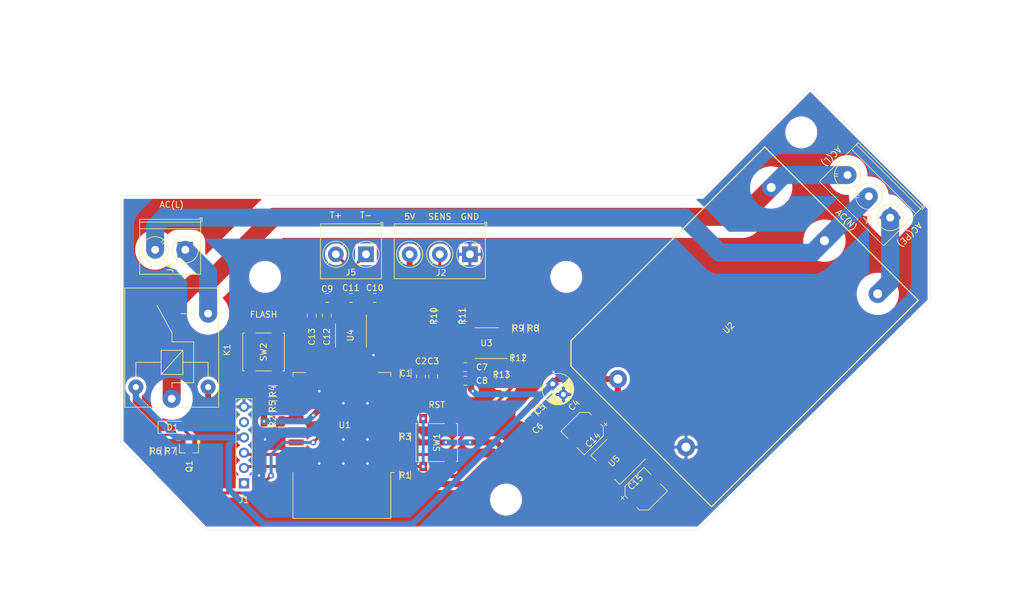
<source format=kicad_pcb>
(kicad_pcb (version 20171130) (host pcbnew "(5.1.10)-1")
  (layers (0 F.Cu mixed) (31 B.Cu mixed) (34 B.Paste user) (35 F.Paste user) (36 B.SilkS user) (37 F.SilkS user) (38 B.Mask user) (39 F.Mask user) (44 Edge.Cuts user))
  (net 0 "")
  (net 1 "Net-(U1-Pad20)")
  (net 2 "Net-(U1-Pad19)")
  (net 3 "Net-(U1-Pad12)")
  (net 4 "Net-(U1-Pad7)")
  (net 5 "Net-(U1-Pad6)")
  (net 6 "Net-(U1-Pad4)")
  (net 7 GND)
  (net 8 +3V3)
  (net 9 /ESP-12/RST)
  (net 10 /ESP-12/EN)
  (net 11 /ESP-12/TXD)
  (net 12 /ESP-12/RXD)
  (net 13 /ESP-12/SCLK)
  (net 14 /ESP-12/MOSI)
  (net 15 /ESP-12/MISO)
  (net 16 /ESP-12/CS0)
  (net 17 "Net-(J1-Pad5)")
  (net 18 +5V)
  (net 19 "Net-(J1-Pad1)")
  (net 20 /SENS_IN)
  (net 21 /AC_N_IN)
  (net 22 /AC_L_IN)
  (net 23 /AC_PE_IN)
  (net 24 /AC_L_OUT)
  (net 25 "Net-(D1-Pad2)")
  (net 26 /ESP-12/BOOT)
  (net 27 "/ESP-12/(GPIO15)")
  (net 28 "/ESP-12/(GPIO2)")
  (net 29 /Load/RELAY_SIG_IN)
  (net 30 "Net-(Q1-Pad2)")
  (net 31 /T+)
  (net 32 /T-)
  (net 33 "Net-(R8-Pad1)")
  (net 34 "Net-(R10-Pad1)")
  (net 35 "Net-(R12-Pad2)")
  (net 36 /ESP-12/ADC_IN)
  (net 37 /ESP-12/CS)
  (net 38 "Net-(U3-Pad6)")
  (module MountingHole:MountingHole_4.3mm_M4_DIN965 (layer F.Cu) (at 228.866 70.262)
    (fp_text reference H4 hide)
    (fp_text value MountingHole)
    (pad 1 np_thru_hole circle (at 0 0) (size 4.3 4.3) (drill 4.3) (layers *.Cu *.Mask))
  )
  (module MountingHole:MountingHole_4.3mm_M4_DIN965 (layer F.Cu) (at 139.866 94.262)
    (fp_text reference H3 hide)
    (fp_text value MountingHole)
    (pad 1 np_thru_hole circle (at 0 0) (size 4.3 4.3) (drill 4.3) (layers *.Cu *.Mask))
  )
  (module MountingHole:MountingHole_4.3mm_M4_DIN965 (layer F.Cu) (at 189.866 94.262)
    (fp_text reference H2 hide)
    (fp_text value MountingHole)
    (pad 1 np_thru_hole circle (at 0 0) (size 4.3 4.3) (drill 4.3) (layers *.Cu *.Mask))
  )
  (module MountingHole:MountingHole_4.3mm_M4_DIN965 (layer F.Cu) (at 179.866 131.262)
    (fp_text reference H1 hide)
    (fp_text value MountingHole)
    (pad 1 np_thru_hole circle (at 0 0) (size 4.3 4.3) (drill 4.3) (layers *.Cu *.Mask))
  )
  (module Resistor_SMD:R_1206_3216Metric (layer F.Cu) (at 124.185202 123.205751 90)
    (fp_text reference R7 (at 0 0) (layer F.SilkS))
    (fp_text value 10k)
    (pad 2 smd roundrect (at 1.4625 0 90) (size 1.125 1.75) (layers F.Cu F.Paste F.Mask) (roundrect_rratio 0.222222) (net 30 "Net-(Q1-Pad2)"))
    (pad 1 smd roundrect (at -1.4625 0 90) (size 1.125 1.75) (layers F.Cu F.Paste F.Mask) (roundrect_rratio 0.222222) (net 7 GND))
  )
  (module Resistor_SMD:R_1206_3216Metric (layer F.Cu) (at 121.685202 123.205751 270)
    (fp_text reference R6 (at 0 0) (layer F.SilkS))
    (fp_text value 10k)
    (pad 2 smd roundrect (at 1.4625 0 270) (size 1.125 1.75) (layers F.Cu F.Paste F.Mask) (roundrect_rratio 0.222222) (net 29 /Load/RELAY_SIG_IN))
    (pad 1 smd roundrect (at -1.4625 0 270) (size 1.125 1.75) (layers F.Cu F.Paste F.Mask) (roundrect_rratio 0.222222) (net 30 "Net-(Q1-Pad2)"))
  )
  (module Package_TO_SOT_SMD:SOT-23 (layer F.Cu) (at 127.235202 122.743251 270)
    (fp_text reference Q1 (at 3 -0.05 90) (layer F.SilkS))
    (fp_text value Q_NPN_Darlington_CBE)
    (pad 3 smd rect (at 1 0 270) (size 0.9 0.8) (layers F.Cu F.Paste F.Mask) (net 7 GND))
    (pad 2 smd rect (at -1 0.95 270) (size 0.9 0.8) (layers F.Cu F.Paste F.Mask) (net 30 "Net-(Q1-Pad2)"))
    (pad 1 smd rect (at -1 -0.95 270) (size 0.9 0.8) (layers F.Cu F.Paste F.Mask) (net 25 "Net-(D1-Pad2)"))
  )
  (module Relay_THT:Relay_SPST_SANYOU_SRD_Series_Form_A (layer F.Cu) (at 124.366 114.512 90)
    (fp_text reference K1 (at 8.1 9.2 90) (layer F.SilkS))
    (fp_text value SANYOU_SRD_Form_A)
    (pad 1 thru_hole circle (at 0 0 180) (size 3 3) (drill 1.3) (layers *.Cu *.Mask) (net 22 /AC_L_IN))
    (pad 5 thru_hole circle (at 1.95 -5.95 180) (size 2.5 2.5) (drill 1) (layers *.Cu *.Mask) (net 18 +5V))
    (pad 3 thru_hole circle (at 14.15 6.05 180) (size 3 3) (drill 1.3) (layers *.Cu *.Mask) (net 24 /AC_L_OUT))
    (pad 2 thru_hole circle (at 1.95 6.05 180) (size 2.5 2.5) (drill 1) (layers *.Cu *.Mask) (net 25 "Net-(D1-Pad2)"))
  )
  (module Button_Switch_SMD:SW_SPST_B3S-1000 (layer F.Cu) (at 139.616 106.737 270)
    (fp_text reference SW2 (at 0 0 90) (layer F.SilkS))
    (fp_text value BUTTON)
    (pad 2 smd rect (at 3.975 2.25 270) (size 1.55 1.3) (layers F.Cu F.Paste F.Mask) (net 26 /ESP-12/BOOT))
    (pad 2 smd rect (at -3.975 2.25 270) (size 1.55 1.3) (layers F.Cu F.Paste F.Mask) (net 26 /ESP-12/BOOT))
    (pad 1 smd rect (at 3.975 -2.25 270) (size 1.55 1.3) (layers F.Cu F.Paste F.Mask) (net 7 GND))
    (pad 1 smd rect (at -3.975 -2.25 270) (size 1.55 1.3) (layers F.Cu F.Paste F.Mask) (net 7 GND))
  )
  (module Package_TO_SOT_SMD:SOT-223-3_TabPin2 (layer F.Cu) (at 197.698749 124.983611 225)
    (fp_text reference U5 (at -0.15 0 45) (layer F.SilkS))
    (fp_text value NCP1117-12_SOT223)
    (pad 1 smd rect (at -3.15 -2.3 225) (size 2 1.5) (layers F.Cu F.Paste F.Mask) (net 7 GND))
    (pad 3 smd rect (at -3.15 2.3 225) (size 2 1.5) (layers F.Cu F.Paste F.Mask) (net 18 +5V))
    (pad 2 smd rect (at -3.15 0 225) (size 2 1.5) (layers F.Cu F.Paste F.Mask) (net 8 +3V3))
    (pad 2 smd rect (at 3.15 0 225) (size 2 3.8) (layers F.Cu F.Paste F.Mask) (net 8 +3V3))
  )
  (module Package_SO:SOIC-8_3.9x4.9mm_P1.27mm (layer F.Cu) (at 154.116 104.012 270)
    (fp_text reference U4 (at -0.03 0.08 90) (layer F.SilkS))
    (fp_text value MAX31855KASA)
    (pad 8 smd roundrect (at 2.475 -1.905 270) (size 1.95 0.6) (layers F.Cu F.Paste F.Mask))
    (pad 7 smd roundrect (at 2.475 -0.635 270) (size 1.95 0.6) (layers F.Cu F.Paste F.Mask) (net 15 /ESP-12/MISO))
    (pad 6 smd roundrect (at 2.475 0.635 270) (size 1.95 0.6) (layers F.Cu F.Paste F.Mask) (net 37 /ESP-12/CS))
    (pad 5 smd roundrect (at 2.475 1.905 270) (size 1.95 0.6) (layers F.Cu F.Paste F.Mask) (net 13 /ESP-12/SCLK))
    (pad 4 smd roundrect (at -2.475 1.905 270) (size 1.95 0.6) (layers F.Cu F.Paste F.Mask) (net 8 +3V3))
    (pad 3 smd roundrect (at -2.475 0.635 270) (size 1.95 0.6) (layers F.Cu F.Paste F.Mask) (net 31 /T+))
    (pad 2 smd roundrect (at -2.475 -0.635 270) (size 1.95 0.6) (layers F.Cu F.Paste F.Mask) (net 32 /T-))
    (pad 1 smd roundrect (at -2.475 -1.905 270) (size 1.95 0.6) (layers F.Cu F.Paste F.Mask) (net 7 GND))
  )
  (module Package_SO:SOIC-8_3.9x4.9mm_P1.27mm (layer F.Cu) (at 176.616 105.262 180)
    (fp_text reference U3 (at 0 0) (layer F.SilkS))
    (fp_text value Opamp_Dual_Generic)
    (pad 8 smd roundrect (at 2.475 -1.905 180) (size 1.95 0.6) (layers F.Cu F.Paste F.Mask) (net 18 +5V))
    (pad 7 smd roundrect (at 2.475 -0.635 180) (size 1.95 0.6) (layers F.Cu F.Paste F.Mask) (net 38 "Net-(U3-Pad6)"))
    (pad 6 smd roundrect (at 2.475 0.635 180) (size 1.95 0.6) (layers F.Cu F.Paste F.Mask) (net 38 "Net-(U3-Pad6)"))
    (pad 5 smd roundrect (at 2.475 1.905 180) (size 1.95 0.6) (layers F.Cu F.Paste F.Mask) (net 34 "Net-(R10-Pad1)"))
    (pad 4 smd roundrect (at -2.475 1.905 180) (size 1.95 0.6) (layers F.Cu F.Paste F.Mask) (net 7 GND))
    (pad 3 smd roundrect (at -2.475 0.635 180) (size 1.95 0.6) (layers F.Cu F.Paste F.Mask) (net 33 "Net-(R8-Pad1)"))
    (pad 2 smd roundrect (at -2.475 -0.635 180) (size 1.95 0.6) (layers F.Cu F.Paste F.Mask) (net 35 "Net-(R12-Pad2)"))
    (pad 1 smd roundrect (at -2.475 -1.905 180) (size 1.95 0.6) (layers F.Cu F.Paste F.Mask) (net 36 /ESP-12/ADC_IN))
  )
  (module Resistor_SMD:R_1206_3216Metric (layer F.Cu) (at 179.116 110.512 90)
    (fp_text reference R13 (at 0 0 180) (layer F.SilkS))
    (fp_text value 10k)
    (pad 2 smd roundrect (at 1.4625 0 90) (size 1.125 1.75) (layers F.Cu F.Paste F.Mask) (roundrect_rratio 0.222222) (net 36 /ESP-12/ADC_IN))
    (pad 1 smd roundrect (at -1.4625 0 90) (size 1.125 1.75) (layers F.Cu F.Paste F.Mask) (roundrect_rratio 0.222222) (net 35 "Net-(R12-Pad2)"))
  )
  (module Resistor_SMD:R_1206_3216Metric (layer F.Cu) (at 181.866 107.7245 90)
    (fp_text reference R12 (at 0 0 180) (layer F.SilkS))
    (fp_text value 50k)
    (pad 2 smd roundrect (at 1.4625 0 90) (size 1.125 1.75) (layers F.Cu F.Paste F.Mask) (roundrect_rratio 0.222222) (net 35 "Net-(R12-Pad2)"))
    (pad 1 smd roundrect (at -1.4625 0 90) (size 1.125 1.75) (layers F.Cu F.Paste F.Mask) (roundrect_rratio 0.222222) (net 7 GND))
  )
  (module Resistor_SMD:R_1206_3216Metric (layer F.Cu) (at 172.616 100.762)
    (fp_text reference R11 (at 0 0 270) (layer F.SilkS))
    (fp_text value 10k)
    (pad 2 smd roundrect (at 1.4625 0) (size 1.125 1.75) (layers F.Cu F.Paste F.Mask) (roundrect_rratio 0.222222) (net 7 GND))
    (pad 1 smd roundrect (at -1.4625 0) (size 1.125 1.75) (layers F.Cu F.Paste F.Mask) (roundrect_rratio 0.222222) (net 34 "Net-(R10-Pad1)"))
  )
  (module Resistor_SMD:R_1206_3216Metric (layer F.Cu) (at 167.866 100.762 180)
    (fp_text reference R10 (at 0 0 90) (layer F.SilkS))
    (fp_text value 10k)
    (pad 2 smd roundrect (at 1.4625 0 180) (size 1.125 1.75) (layers F.Cu F.Paste F.Mask) (roundrect_rratio 0.222222) (net 18 +5V))
    (pad 1 smd roundrect (at -1.4625 0 180) (size 1.125 1.75) (layers F.Cu F.Paste F.Mask) (roundrect_rratio 0.222222) (net 34 "Net-(R10-Pad1)"))
  )
  (module Resistor_SMD:R_1206_3216Metric (layer F.Cu) (at 181.866 102.7995 270)
    (fp_text reference R9 (at 0 0 180) (layer F.SilkS))
    (fp_text value 10k)
    (pad 2 smd roundrect (at 1.4625 0 270) (size 1.125 1.75) (layers F.Cu F.Paste F.Mask) (roundrect_rratio 0.222222) (net 33 "Net-(R8-Pad1)"))
    (pad 1 smd roundrect (at -1.4625 0 270) (size 1.125 1.75) (layers F.Cu F.Paste F.Mask) (roundrect_rratio 0.222222) (net 7 GND))
  )
  (module Resistor_SMD:R_1206_3216Metric (layer F.Cu) (at 184.366 102.7995 90)
    (fp_text reference R8 (at 0 0 180) (layer F.SilkS))
    (fp_text value 50k)
    (pad 2 smd roundrect (at 1.4625 0 90) (size 1.125 1.75) (layers F.Cu F.Paste F.Mask) (roundrect_rratio 0.222222) (net 20 /SENS_IN))
    (pad 1 smd roundrect (at -1.4625 0 90) (size 1.125 1.75) (layers F.Cu F.Paste F.Mask) (roundrect_rratio 0.222222) (net 33 "Net-(R8-Pad1)"))
  )
  (module TerminalBlock_Phoenix:TerminalBlock_Phoenix_PT-1,5-2-5.0-H_1x02_P5.00mm_Horizontal (layer F.Cu) (at 156.616 90.512 180)
    (fp_text reference J5 (at 2.5 -3) (layer F.SilkS))
    (fp_text value TEMP_CONN)
    (pad 2 thru_hole circle (at 5 0 180) (size 2.6 2.6) (drill 1.3) (layers *.Cu *.Mask) (net 31 /T+))
    (pad 1 thru_hole rect (at 0 0 180) (size 2.6 2.6) (drill 1.3) (layers *.Cu *.Mask) (net 32 /T-))
  )
  (module Diode_SMD:D_SOD-123 (layer F.Cu) (at 124.366 119.262)
    (fp_text reference D1 (at 0.15 0) (layer F.SilkS))
    (fp_text value D)
    (pad 2 smd rect (at 1.65 0) (size 0.9 1.2) (layers F.Cu F.Paste F.Mask) (net 25 "Net-(D1-Pad2)"))
    (pad 1 smd rect (at -1.65 0) (size 0.9 1.2) (layers F.Cu F.Paste F.Mask) (net 18 +5V))
  )
  (module Capacitor_SMD:CP_Elec_5x3 (layer F.Cu) (at 202.754563 129.827293 45)
    (fp_text reference C15 (at 0 -2 45) (layer F.SilkS))
    (fp_text value 10u)
    (pad 2 smd roundrect (at 2.2 0 45) (size 3 1.6) (layers F.Cu F.Paste F.Mask) (roundrect_rratio 0.15625) (net 7 GND))
    (pad 1 smd roundrect (at -2.2 0 45) (size 3 1.6) (layers F.Cu F.Paste F.Mask) (roundrect_rratio 0.15625) (net 8 +3V3))
  )
  (module Capacitor_SMD:CP_Elec_5x3 (layer F.Cu) (at 192.855068 119.927798 225)
    (fp_text reference C14 (at 0 -2 45) (layer F.SilkS))
    (fp_text value 10u)
    (pad 2 smd roundrect (at 2.2 0 225) (size 3 1.6) (layers F.Cu F.Paste F.Mask) (roundrect_rratio 0.15625) (net 7 GND))
    (pad 1 smd roundrect (at -2.2 0 225) (size 3 1.6) (layers F.Cu F.Paste F.Mask) (roundrect_rratio 0.15625) (net 18 +5V))
  )
  (module Capacitor_SMD:C_0805_2012Metric (layer F.Cu) (at 147.616 100.712 90)
    (fp_text reference C13 (at -3.5 0 90) (layer F.SilkS))
    (fp_text value 10n)
    (pad 2 smd roundrect (at 0.95 0 90) (size 1 1.45) (layers F.Cu F.Paste F.Mask) (net 7 GND))
    (pad 1 smd roundrect (at -0.95 0 90) (size 1 1.45) (layers F.Cu F.Paste F.Mask) (net 8 +3V3))
  )
  (module Capacitor_SMD:C_0805_2012Metric (layer F.Cu) (at 150.116 100.712 90)
    (fp_text reference C12 (at -3.5 0 90) (layer F.SilkS))
    (fp_text value 100n)
    (pad 2 smd roundrect (at 0.95 0 90) (size 1 1.45) (layers F.Cu F.Paste F.Mask) (net 7 GND))
    (pad 1 smd roundrect (at -0.95 0 90) (size 1 1.45) (layers F.Cu F.Paste F.Mask) (net 8 +3V3))
  )
  (module Capacitor_SMD:C_0805_2012Metric (layer F.Cu) (at 154.116 97.762)
    (fp_text reference C11 (at 0 -1.68) (layer F.SilkS))
    (fp_text value 100n)
    (pad 2 smd roundrect (at 0.95 0) (size 1 1.45) (layers F.Cu F.Paste F.Mask) (net 32 /T-))
    (pad 1 smd roundrect (at -0.95 0) (size 1 1.45) (layers F.Cu F.Paste F.Mask) (net 31 /T+))
  )
  (module Capacitor_SMD:C_0805_2012Metric (layer F.Cu) (at 158.066 97.762)
    (fp_text reference C10 (at 0 -1.68) (layer F.SilkS))
    (fp_text value 10n)
    (pad 2 smd roundrect (at 0.95 0) (size 1 1.45) (layers F.Cu F.Paste F.Mask) (net 7 GND))
    (pad 1 smd roundrect (at -0.95 0) (size 1 1.45) (layers F.Cu F.Paste F.Mask) (net 32 /T-))
  )
  (module Capacitor_SMD:C_0805_2012Metric (layer F.Cu) (at 150.166 97.762 180)
    (fp_text reference C9 (at 0 1.5) (layer F.SilkS))
    (fp_text value 10n)
    (pad 2 smd roundrect (at 0.95 0 180) (size 1 1.45) (layers F.Cu F.Paste F.Mask) (net 7 GND))
    (pad 1 smd roundrect (at -0.95 0 180) (size 1 1.45) (layers F.Cu F.Paste F.Mask) (net 31 /T+))
  )
  (module Capacitor_SMD:C_0805_2012Metric (layer F.Cu) (at 173.116 111.512 180)
    (fp_text reference C8 (at -2.75 0) (layer F.SilkS))
    (fp_text value 10n)
    (pad 2 smd roundrect (at 0.95 0 180) (size 1 1.45) (layers F.Cu F.Paste F.Mask) (net 7 GND))
    (pad 1 smd roundrect (at -0.95 0 180) (size 1 1.45) (layers F.Cu F.Paste F.Mask) (net 18 +5V))
  )
  (module Capacitor_SMD:C_0805_2012Metric (layer F.Cu) (at 173.116 109.262 180)
    (fp_text reference C7 (at -2.75 0) (layer F.SilkS))
    (fp_text value 100n)
    (pad 2 smd roundrect (at 0.95 0 180) (size 1 1.45) (layers F.Cu F.Paste F.Mask) (net 7 GND))
    (pad 1 smd roundrect (at -0.95 0 180) (size 1 1.45) (layers F.Cu F.Paste F.Mask) (net 18 +5V))
  )
  (module My_Modules:LH05-10B05 (layer F.Cu) (at 198.424612 111.231929 225)
    (fp_text reference U2 (at -19 -7 45) (layer F.SilkS))
    (fp_text value LH05-10B05)
    (pad 5 thru_hole circle (at 0 -16 225) (size 3 3) (drill 1.5) (layers *.Cu *.Mask) (net 7 GND))
    (pad 4 thru_hole circle (at 0 0 225) (size 3 3) (drill 1.5) (layers *.Cu *.Mask) (net 18 +5V))
    (pad 3 thru_hole circle (at -40.5 -20.5 225) (size 3 3) (drill 1.5) (layers *.Cu *.Mask) (net 23 /AC_PE_IN))
    (pad 2 thru_hole circle (at -40.5 -8 225) (size 3 3) (drill 1.5) (layers *.Cu *.Mask) (net 21 /AC_N_IN))
    (pad 1 thru_hole circle (at -40.5 4.5 225) (size 3 3) (drill 1.5) (layers *.Cu *.Mask) (net 22 /AC_L_IN))
  )
  (module TerminalBlock_Phoenix:TerminalBlock_Phoenix_PT-1,5-2-5.0-H_1x02_P5.00mm_Horizontal (layer F.Cu) (at 126.616 89.762 180)
    (fp_text reference J4 (at 2.5 -3 270) (layer F.SilkS))
    (fp_text value HEATER_AC_L)
    (pad 2 thru_hole circle (at 5 0 180) (size 2.6 2.6) (drill 1.3) (layers *.Cu *.Mask) (net 21 /AC_N_IN))
    (pad 1 thru_hole rect (at 0 0 180) (size 2.6 2.6) (drill 1.3) (layers *.Cu *.Mask) (net 24 /AC_L_OUT))
  )
  (module TerminalBlock_Phoenix:TerminalBlock_Phoenix_PT-1,5-3-5.0-H_1x03_P5.00mm_Horizontal (layer F.Cu) (at 243.628534 84.414198 135)
    (fp_text reference J3 (at 2.587 -2.794 225) (layer F.SilkS))
    (fp_text value AC_IN)
    (pad 3 thru_hole circle (at 10 0 135) (size 2.6 2.6) (drill 1.3) (layers *.Cu *.Mask) (net 22 /AC_L_IN))
    (pad 2 thru_hole circle (at 5 0 135) (size 2.6 2.6) (drill 1.3) (layers *.Cu *.Mask) (net 21 /AC_N_IN))
    (pad 1 thru_hole rect (at 0 0 135) (size 2.6 2.6) (drill 1.3) (layers *.Cu *.Mask) (net 23 /AC_PE_IN))
  )
  (module TerminalBlock_Phoenix:TerminalBlock_Phoenix_PT-1,5-3-5.0-H_1x03_P5.00mm_Horizontal (layer F.Cu) (at 173.866 90.512 180)
    (fp_text reference J2 (at 4.774 -3.05) (layer F.SilkS))
    (fp_text value P_SENSOR)
    (pad 3 thru_hole circle (at 10 0 180) (size 2.6 2.6) (drill 1.3) (layers *.Cu *.Mask) (net 18 +5V))
    (pad 2 thru_hole circle (at 5 0 180) (size 2.6 2.6) (drill 1.3) (layers *.Cu *.Mask) (net 20 /SENS_IN))
    (pad 1 thru_hole rect (at 0 0 180) (size 2.6 2.6) (drill 1.3) (layers *.Cu *.Mask) (net 7 GND))
  )
  (module Capacitor_SMD:C_0805_2012Metric (layer F.Cu) (at 183.334431 117.649802 315)
    (fp_text reference C6 (at 2.55 0 225) (layer F.SilkS))
    (fp_text value 100n)
    (pad 2 smd roundrect (at 0.95 0 315) (size 1 1.45) (layers F.Cu F.Paste F.Mask) (net 7 GND))
    (pad 1 smd roundrect (at -0.95 0 315) (size 1 1.45) (layers F.Cu F.Paste F.Mask) (net 18 +5V))
  )
  (module Capacitor_SMD:C_1206_3216Metric (layer F.Cu) (at 185.473429 116.253266 315)
    (fp_text reference C5 (at 0 0 225) (layer F.SilkS))
    (fp_text value 1u)
    (pad 2 smd roundrect (at 1.475 0 315) (size 1.15 1.8) (layers F.Cu F.Paste F.Mask) (roundrect_rratio 0.217391) (net 7 GND))
    (pad 1 smd roundrect (at -1.475 0 315) (size 1.15 1.8) (layers F.Cu F.Paste F.Mask) (roundrect_rratio 0.217391) (net 18 +5V))
  )
  (module Capacitor_THT:CP_Radial_D5.0mm_P2.50mm (layer F.Cu) (at 187.612427 112.028303 315)
    (fp_text reference C4 (at 5 0 225) (layer F.SilkS))
    (fp_text value 10u)
    (pad 2 thru_hole circle (at 2.5 0 315) (size 1.6 1.6) (drill 0.8) (layers *.Cu *.Mask) (net 7 GND))
    (pad 1 thru_hole rect (at 0 0 315) (size 1.6 1.6) (drill 0.8) (layers *.Cu *.Mask) (net 18 +5V))
  )
  (module Connector_PinSocket_2.54mm:PinSocket_1x06_P2.54mm_Vertical (layer F.Cu) (at 136.366 128.552 180)
    (fp_text reference J1 (at 0 -2.77) (layer F.SilkS))
    (fp_text value SERIAL)
    (pad 6 thru_hole oval (at 0 12.7 180) (size 1.7 1.7) (drill 1) (layers *.Cu *.Mask) (net 7 GND))
    (pad 5 thru_hole oval (at 0 10.16 180) (size 1.7 1.7) (drill 1) (layers *.Cu *.Mask) (net 17 "Net-(J1-Pad5)"))
    (pad 4 thru_hole oval (at 0 7.62 180) (size 1.7 1.7) (drill 1) (layers *.Cu *.Mask) (net 18 +5V))
    (pad 3 thru_hole oval (at 0 5.08 180) (size 1.7 1.7) (drill 1) (layers *.Cu *.Mask) (net 12 /ESP-12/RXD))
    (pad 2 thru_hole oval (at 0 2.54 180) (size 1.7 1.7) (drill 1) (layers *.Cu *.Mask) (net 11 /ESP-12/TXD))
    (pad 1 thru_hole rect (at 0 0 180) (size 1.7 1.7) (drill 1) (layers *.Cu *.Mask) (net 19 "Net-(J1-Pad1)"))
  )
  (module Button_Switch_SMD:SW_SPST_B3S-1000 (layer F.Cu) (at 168.366 121.787 270)
    (fp_text reference SW1 (at 0 0 90) (layer F.SilkS))
    (fp_text value BUTTON)
    (pad 2 smd rect (at 3.975 2.25 270) (size 1.55 1.3) (layers F.Cu F.Paste F.Mask) (net 9 /ESP-12/RST))
    (pad 2 smd rect (at -3.975 2.25 270) (size 1.55 1.3) (layers F.Cu F.Paste F.Mask) (net 9 /ESP-12/RST))
    (pad 1 smd rect (at 3.975 -2.25 270) (size 1.55 1.3) (layers F.Cu F.Paste F.Mask) (net 7 GND))
    (pad 1 smd rect (at -3.975 -2.25 270) (size 1.55 1.3) (layers F.Cu F.Paste F.Mask) (net 7 GND))
  )
  (module Capacitor_SMD:C_1206_3216Metric (layer F.Cu) (at 163.202 110.281 90)
    (fp_text reference C1 (at 0 0 180) (layer F.SilkS))
    (fp_text value 1u)
    (pad 2 smd roundrect (at 1.475 0 90) (size 1.15 1.8) (layers F.Cu F.Paste F.Mask) (roundrect_rratio 0.217391) (net 7 GND))
    (pad 1 smd roundrect (at -1.475 0 90) (size 1.15 1.8) (layers F.Cu F.Paste F.Mask) (roundrect_rratio 0.217391) (net 8 +3V3))
  )
  (module RF_Module:ESP-12E (layer F.Cu) (at 152.616 122.262 180)
    (fp_text reference U1 (at -0.475 3.385) (layer F.SilkS))
    (fp_text value ESP-12F)
    (pad 22 smd rect (at 7.6 -3.5 180) (size 2.5 1) (layers F.Cu F.Paste F.Mask) (net 11 /ESP-12/TXD))
    (pad 21 smd rect (at 7.6 -1.5 180) (size 2.5 1) (layers F.Cu F.Paste F.Mask) (net 12 /ESP-12/RXD))
    (pad 20 smd rect (at 7.6 0.5 180) (size 2.5 1) (layers F.Cu F.Paste F.Mask) (net 1 "Net-(U1-Pad20)"))
    (pad 19 smd rect (at 7.6 2.5 180) (size 2.5 1) (layers F.Cu F.Paste F.Mask) (net 2 "Net-(U1-Pad19)"))
    (pad 18 smd rect (at 7.6 4.5 180) (size 2.5 1) (layers F.Cu F.Paste F.Mask) (net 26 /ESP-12/BOOT))
    (pad 17 smd rect (at 7.6 6.5 180) (size 2.5 1) (layers F.Cu F.Paste F.Mask) (net 28 "/ESP-12/(GPIO2)"))
    (pad 16 smd rect (at 7.6 8.5 180) (size 2.5 1) (layers F.Cu F.Paste F.Mask) (net 27 "/ESP-12/(GPIO15)"))
    (pad 15 smd rect (at 7.6 10.5 180) (size 2.5 1) (layers F.Cu F.Paste F.Mask) (net 7 GND))
    (pad 14 smd rect (at 5 12 180) (size 1 1.8) (layers F.Cu F.Paste F.Mask) (net 13 /ESP-12/SCLK))
    (pad 13 smd rect (at 3 12 180) (size 1 1.8) (layers F.Cu F.Paste F.Mask) (net 14 /ESP-12/MOSI))
    (pad 12 smd rect (at 1 12 180) (size 1 1.8) (layers F.Cu F.Paste F.Mask) (net 3 "Net-(U1-Pad12)"))
    (pad 11 smd rect (at -1 12 180) (size 1 1.8) (layers F.Cu F.Paste F.Mask) (net 37 /ESP-12/CS))
    (pad 10 smd rect (at -3 12 180) (size 1 1.8) (layers F.Cu F.Paste F.Mask) (net 15 /ESP-12/MISO))
    (pad 9 smd rect (at -5 12 180) (size 1 1.8) (layers F.Cu F.Paste F.Mask) (net 16 /ESP-12/CS0))
    (pad 8 smd rect (at -7.6 10.5 180) (size 2.5 1) (layers F.Cu F.Paste F.Mask) (net 8 +3V3))
    (pad 7 smd rect (at -7.6 8.5 180) (size 2.5 1) (layers F.Cu F.Paste F.Mask) (net 4 "Net-(U1-Pad7)"))
    (pad 6 smd rect (at -7.6 6.5 180) (size 2.5 1) (layers F.Cu F.Paste F.Mask) (net 5 "Net-(U1-Pad6)"))
    (pad 5 smd rect (at -7.6 4.5 180) (size 2.5 1) (layers F.Cu F.Paste F.Mask) (net 29 /Load/RELAY_SIG_IN))
    (pad 4 smd rect (at -7.6 2.5 180) (size 2.5 1) (layers F.Cu F.Paste F.Mask) (net 6 "Net-(U1-Pad4)"))
    (pad 3 smd rect (at -7.6 0.5 180) (size 2.5 1) (layers F.Cu F.Paste F.Mask) (net 10 /ESP-12/EN))
    (pad 2 smd rect (at -7.6 -1.5 180) (size 2.5 1) (layers F.Cu F.Paste F.Mask) (net 36 /ESP-12/ADC_IN))
    (pad 1 smd rect (at -7.6 -3.5 180) (size 2.5 1) (layers F.Cu F.Paste F.Mask) (net 9 /ESP-12/RST))
  )
  (module Resistor_SMD:R_1206_3216Metric (layer F.Cu) (at 141.1535 115.762)
    (fp_text reference R5 (at -0.0615 0 270) (layer F.SilkS))
    (fp_text value 10k)
    (pad 2 smd roundrect (at 1.4625 0) (size 1.125 1.75) (layers F.Cu F.Paste F.Mask) (roundrect_rratio 0.222222) (net 28 "/ESP-12/(GPIO2)"))
    (pad 1 smd roundrect (at -1.4625 0) (size 1.125 1.75) (layers F.Cu F.Paste F.Mask) (roundrect_rratio 0.222222) (net 8 +3V3))
  )
  (module Resistor_SMD:R_1206_3216Metric (layer F.Cu) (at 141.1535 113.262 180)
    (fp_text reference R4 (at 0 0 270) (layer F.SilkS))
    (fp_text value 10k)
    (pad 2 smd roundrect (at 1.4625 0 180) (size 1.125 1.75) (layers F.Cu F.Paste F.Mask) (roundrect_rratio 0.222222) (net 7 GND))
    (pad 1 smd roundrect (at -1.4625 0 180) (size 1.125 1.75) (layers F.Cu F.Paste F.Mask) (roundrect_rratio 0.222222) (net 27 "/ESP-12/(GPIO15)"))
  )
  (module Resistor_SMD:R_1206_3216Metric (layer F.Cu) (at 163.116 120.7995 270)
    (fp_text reference R3 (at 0 0 180) (layer F.SilkS))
    (fp_text value 10k)
    (pad 1 smd roundrect (at -1.4625 0 270) (size 1.125 1.75) (layers F.Cu F.Paste F.Mask) (roundrect_rratio 0.222222) (net 8 +3V3))
    (pad 2 smd roundrect (at 1.4625 0 270) (size 1.125 1.75) (layers F.Cu F.Paste F.Mask) (roundrect_rratio 0.222222) (net 10 /ESP-12/EN))
  )
  (module Resistor_SMD:R_1206_3216Metric (layer F.Cu) (at 141.1535 118.262)
    (fp_text reference R2 (at 0 0 90) (layer F.SilkS))
    (fp_text value 10k)
    (pad 2 smd roundrect (at 1.4625 0) (size 1.125 1.75) (layers F.Cu F.Paste F.Mask) (roundrect_rratio 0.222222) (net 26 /ESP-12/BOOT))
    (pad 1 smd roundrect (at -1.4625 0) (size 1.125 1.75) (layers F.Cu F.Paste F.Mask) (roundrect_rratio 0.222222) (net 8 +3V3))
  )
  (module Resistor_SMD:R_1206_3216Metric (layer F.Cu) (at 163.116 127.2245 90)
    (fp_text reference R1 (at 0 0) (layer F.SilkS))
    (fp_text value 10k)
    (pad 2 smd roundrect (at 1.4625 0 90) (size 1.125 1.75) (layers F.Cu F.Paste F.Mask) (roundrect_rratio 0.222222) (net 9 /ESP-12/RST))
    (pad 1 smd roundrect (at -1.4625 0 90) (size 1.125 1.75) (layers F.Cu F.Paste F.Mask) (roundrect_rratio 0.222222) (net 8 +3V3))
  )
  (module Capacitor_SMD:C_0805_2012Metric (layer F.Cu) (at 167.774 110.806 90)
    (fp_text reference C3 (at 2.54 0 180) (layer F.SilkS))
    (fp_text value 10u)
    (pad 2 smd roundrect (at 0.95 0 90) (size 1 1.45) (layers F.Cu F.Paste F.Mask) (net 7 GND))
    (pad 1 smd roundrect (at -0.95 0 90) (size 1 1.45) (layers F.Cu F.Paste F.Mask) (net 8 +3V3))
  )
  (module Capacitor_SMD:C_0805_2012Metric (layer F.Cu) (at 165.742 110.806 90)
    (fp_text reference C2 (at 2.54 0 180) (layer F.SilkS))
    (fp_text value 100n)
    (pad 2 smd roundrect (at 0.95 0 90) (size 1 1.45) (layers F.Cu F.Paste F.Mask) (net 7 GND))
    (pad 1 smd roundrect (at -0.95 0 90) (size 1 1.45) (layers F.Cu F.Paste F.Mask) (net 8 +3V3))
  )
  (gr_line (start 212.366 80.762) (end 230.366 62.762) (layer Edge.Cuts) (width 0.05))
  (gr_line (start 115.866 80.762) (end 212.366 80.762) (layer Edge.Cuts) (width 0.05))
  (gr_line (start 115.866 121.762) (end 115.866 80.762) (layer Edge.Cuts) (width 0.05))
  (gr_line (start 129.866 136.262) (end 115.866 121.762) (layer Edge.Cuts) (width 0.05))
  (gr_line (start 211.866 136.262) (end 129.866 136.262) (layer Edge.Cuts) (width 0.05))
  (gr_line (start 250.366 98.262) (end 211.866 136.262) (layer Edge.Cuts) (width 0.05))
  (gr_line (start 250.366 82.762) (end 250.366 98.262) (layer Edge.Cuts) (width 0.05))
  (gr_line (start 230.366 62.762) (end 250.366 82.762) (layer Edge.Cuts) (width 0.05))
  (gr_text "AC(N)" (at 236.366 84.762 315) (layer F.SilkS) (effects (font (size 1 1))))
  (gr_text "AC(L)" (at 233.866 74.262 225) (layer F.SilkS) (effects (font (size 1 1))))
  (gr_text "AC(PE)" (at 246.866 87.262 225) (layer F.SilkS) (effects (font (size 1 1))))
  (gr_text "AC(L)" (at 124.366 82.262) (layer F.SilkS) (effects (font (size 1 1))))
  (gr_text GND (at 173.866 84.262) (layer F.SilkS) (effects (font (size 1 1))))
  (gr_text SENS (at 168.866 84.262) (layer F.SilkS) (effects (font (size 1 1))))
  (gr_text 5V (at 163.866 84.262) (layer F.SilkS) (effects (font (size 1 1))))
  (gr_text T+ (at 151.616 84.012) (layer F.SilkS) (effects (font (size 1 1))))
  (gr_text T- (at 156.616 84.012) (layer F.SilkS) (effects (font (size 1 1))))
  (gr_text FLASH (at 139.616 100.512) (layer F.SilkS) (effects (font (size 1 1))))
  (gr_text RST (at 168.366 115.512) (layer F.SilkS) (effects (font (size 1 1))))
  (via (at 139.866 121.262) (size 0.8) (drill 0.4) (layers F.Cu B.Cu) (net 7))
  (via (at 138.866 127.262) (size 0.8) (drill 0.4) (layers F.Cu B.Cu) (net 7))
  (via (at 148.866 113.262) (size 0.8) (drill 0.4) (layers F.Cu B.Cu) (net 7))
  (via (at 152.866 115.262) (size 0.8) (drill 0.4) (layers F.Cu B.Cu) (net 7))
  (via (at 156.866 115.262) (size 0.8) (drill 0.4) (layers F.Cu B.Cu) (net 7))
  (via (at 156.866 121.262) (size 0.8) (drill 0.4) (layers F.Cu B.Cu) (net 7))
  (via (at 156.866 125.262) (size 0.8) (drill 0.4) (layers F.Cu B.Cu) (net 7))
  (via (at 152.866 125.262) (size 0.8) (drill 0.4) (layers F.Cu B.Cu) (net 7))
  (via (at 152.866 121.262) (size 0.8) (drill 0.4) (layers F.Cu B.Cu) (net 7))
  (via (at 148.866 125.262) (size 0.8) (drill 0.4) (layers F.Cu B.Cu) (net 7))
  (via (at 157.866 107.262) (size 0.8) (drill 0.4) (layers F.Cu B.Cu) (net 7))
  (segment (start 199.643294 131.382928) (end 195.471363 127.210997) (width 1) (layer F.Cu) (net 8))
  (segment (start 201.198928 131.382928) (end 199.643294 131.382928) (width 1) (layer F.Cu) (net 8))
  (segment (start 199.926135 122.756225) (end 195.471363 127.210997) (width 1) (layer F.Cu) (net 8))
  (segment (start 139.691 118.262) (end 139.691 118.262) (width 1) (layer F.Cu) (net 8))
  (segment (start 167.768 111.762) (end 167.774 111.756) (width 1) (layer F.Cu) (net 8))
  (segment (start 160.216 111.762) (end 167.768 111.762) (width 1) (layer F.Cu) (net 8))
  (segment (start 163.116 111.842) (end 163.202 111.756) (width 1) (layer F.Cu) (net 8))
  (segment (start 163.116 119.337) (end 163.116 111.842) (width 1) (layer F.Cu) (net 8))
  (segment (start 152.05599 101.662) (end 152.18099 101.537) (width 1) (layer F.Cu) (net 8))
  (segment (start 147.616 101.662) (end 152.05599 101.662) (width 1) (layer F.Cu) (net 8))
  (segment (start 139.691 118.262) (end 139.691 115.762) (width 1) (layer F.Cu) (net 8))
  (via (at 139.691 118.262) (size 0.8) (drill 0.4) (layers F.Cu B.Cu) (net 8))
  (via (at 147.866 117.262) (size 0.8) (drill 0.4) (layers F.Cu B.Cu) (net 8))
  (segment (start 146.866 118.262) (end 147.866 117.262) (width 1) (layer B.Cu) (net 8))
  (segment (start 139.691 118.262) (end 146.866 118.262) (width 1) (layer B.Cu) (net 8))
  (segment (start 159.815999 112.162001) (end 160.216 111.762) (width 1) (layer F.Cu) (net 8))
  (segment (start 152.965999 112.162001) (end 159.815999 112.162001) (width 1) (layer F.Cu) (net 8))
  (segment (start 147.866 117.262) (end 152.965999 112.162001) (width 1) (layer F.Cu) (net 8))
  (segment (start 160.216 111.762) (end 160.216 106.112) (width 1) (layer F.Cu) (net 8))
  (segment (start 160.216 106.112) (end 158.116 104.012) (width 1) (layer F.Cu) (net 8))
  (segment (start 152.18099 102.838352) (end 152.18099 101.537) (width 1) (layer F.Cu) (net 8))
  (segment (start 153.354638 104.012) (end 152.18099 102.838352) (width 1) (layer F.Cu) (net 8))
  (segment (start 158.116 104.012) (end 153.354638 104.012) (width 1) (layer F.Cu) (net 8))
  (segment (start 195.471363 127.210997) (end 183.814997 127.210997) (width 1) (layer F.Cu) (net 8))
  (segment (start 183.814997 127.210997) (end 181.866 125.262) (width 1) (layer F.Cu) (net 8))
  (segment (start 181.866 125.262) (end 176.366 125.262) (width 1) (layer F.Cu) (net 8))
  (segment (start 172.941 128.687) (end 163.116 128.687) (width 1) (layer F.Cu) (net 8))
  (segment (start 176.366 125.262) (end 172.941 128.687) (width 1) (layer F.Cu) (net 8))
  (segment (start 181.866 125.262) (end 179.366 122.762) (width 1) (layer F.Cu) (net 8))
  (via (at 173.866 121.762) (size 0.8) (drill 0.4) (layers F.Cu B.Cu) (net 8))
  (segment (start 178.366 121.762) (end 173.866 121.762) (width 1) (layer F.Cu) (net 8))
  (segment (start 179.366 122.762) (end 178.366 121.762) (width 1) (layer F.Cu) (net 8))
  (via (at 169.866 121.762) (size 0.8) (drill 0.4) (layers F.Cu B.Cu) (net 8))
  (segment (start 173.866 121.762) (end 169.866 121.762) (width 1) (layer B.Cu) (net 8))
  (segment (start 165.541 121.762) (end 163.116 119.337) (width 1) (layer F.Cu) (net 8))
  (segment (start 169.866 121.762) (end 165.541 121.762) (width 1) (layer F.Cu) (net 8))
  (segment (start 160.216 125.762) (end 166.116 125.762) (width 0.5) (layer F.Cu) (net 9))
  (segment (start 166.116 125.762) (end 166.116 125.762) (width 0.5) (layer F.Cu) (net 9))
  (via (at 166.116 125.762) (size 1) (drill 0.5) (layers F.Cu B.Cu) (net 9))
  (via (at 166.116 117.812) (size 1) (drill 0.5) (layers F.Cu B.Cu) (net 9))
  (segment (start 166.116 125.762) (end 166.116 117.812) (width 0.5) (layer B.Cu) (net 9))
  (segment (start 162.616 121.762) (end 163.116 122.262) (width 0.5) (layer F.Cu) (net 10))
  (segment (start 160.216 121.762) (end 162.616 121.762) (width 0.5) (layer F.Cu) (net 10))
  (segment (start 136.616 125.762) (end 136.366 126.012) (width 0.5) (layer F.Cu) (net 11))
  (segment (start 145.016 125.762) (end 136.616 125.762) (width 0.5) (layer F.Cu) (net 11))
  (segment (start 136.656 123.762) (end 136.366 123.472) (width 0.5) (layer F.Cu) (net 12))
  (segment (start 145.016 123.762) (end 136.656 123.762) (width 0.5) (layer F.Cu) (net 12))
  (segment (start 147.616 110.262) (end 147.616 109.012) (width 0.5) (layer F.Cu) (net 13))
  (segment (start 147.616 109.012) (end 148.366 108.262) (width 0.5) (layer F.Cu) (net 13))
  (segment (start 148.366 108.262) (end 151.366 108.262) (width 0.5) (layer F.Cu) (net 13))
  (segment (start 152.211 107.417) (end 152.211 106.487) (width 0.5) (layer F.Cu) (net 13))
  (segment (start 151.366 108.262) (end 152.211 107.417) (width 0.5) (layer F.Cu) (net 13))
  (segment (start 155.616 108.862) (end 155.616 110.262) (width 0.5) (layer F.Cu) (net 15))
  (segment (start 154.751 107.997) (end 155.616 108.862) (width 0.5) (layer F.Cu) (net 15))
  (segment (start 154.751 106.487) (end 154.751 107.997) (width 0.5) (layer F.Cu) (net 15))
  (segment (start 118.416 114.962) (end 122.716 119.262) (width 1) (layer F.Cu) (net 18))
  (segment (start 118.416 112.562) (end 118.416 114.962) (width 1) (layer F.Cu) (net 18))
  (segment (start 188.408801 111.231929) (end 187.612427 112.028303) (width 1) (layer F.Cu) (net 18))
  (segment (start 198.424612 111.231929) (end 188.408801 111.231929) (width 1) (layer F.Cu) (net 18))
  (segment (start 198.424612 114.358254) (end 194.410703 118.372163) (width 1) (layer F.Cu) (net 18))
  (segment (start 198.424612 111.231929) (end 198.424612 114.358254) (width 1) (layer F.Cu) (net 18))
  (segment (start 195.542074 118.372163) (end 198.29979 121.129879) (width 1) (layer F.Cu) (net 18))
  (segment (start 194.410703 118.372163) (end 195.542074 118.372163) (width 1) (layer F.Cu) (net 18))
  (segment (start 187.612427 112.028304) (end 182.66268 116.978051) (width 1) (layer F.Cu) (net 18))
  (segment (start 187.612427 112.028303) (end 187.612427 112.028304) (width 1) (layer F.Cu) (net 18))
  (segment (start 174.066 107.27201) (end 174.141 107.19701) (width 1) (layer F.Cu) (net 18))
  (segment (start 174.066 111.512) (end 174.066 107.27201) (width 1) (layer F.Cu) (net 18))
  (segment (start 174.066 112.962) (end 174.366 113.262) (width 1) (layer F.Cu) (net 18))
  (via (at 174.366 113.262) (size 0.8) (drill 0.4) (layers F.Cu B.Cu) (net 18))
  (segment (start 174.066 111.512) (end 174.066 112.962) (width 1) (layer F.Cu) (net 18))
  (segment (start 174.366 113.262) (end 174.866 113.762) (width 1) (layer B.Cu) (net 18))
  (segment (start 185.87873 113.762) (end 187.612427 112.028303) (width 1) (layer B.Cu) (net 18))
  (segment (start 174.866 113.762) (end 185.87873 113.762) (width 1) (layer B.Cu) (net 18))
  (segment (start 125.018234 120.932) (end 136.366 120.932) (width 1) (layer B.Cu) (net 18))
  (segment (start 118.416 114.329766) (end 125.018234 120.932) (width 1) (layer B.Cu) (net 18))
  (segment (start 118.416 112.562) (end 118.416 114.329766) (width 1) (layer B.Cu) (net 18))
  (segment (start 163.866 98.2245) (end 166.4035 100.762) (width 1) (layer F.Cu) (net 18))
  (segment (start 163.866 90.512) (end 163.866 98.2245) (width 1) (layer F.Cu) (net 18))
  (segment (start 172.83851 107.19701) (end 174.141 107.19701) (width 1) (layer F.Cu) (net 18))
  (segment (start 166.4035 100.762) (end 172.83851 107.19701) (width 1) (layer F.Cu) (net 18))
  (segment (start 135.163919 120.932) (end 133.866 122.229919) (width 1) (layer B.Cu) (net 18))
  (segment (start 136.366 120.932) (end 135.163919 120.932) (width 1) (layer B.Cu) (net 18))
  (segment (start 133.866 129.552002) (end 139.575998 135.262) (width 1) (layer B.Cu) (net 18))
  (segment (start 133.866 122.229919) (end 133.866 129.552002) (width 1) (layer B.Cu) (net 18))
  (segment (start 164.37873 135.262) (end 187.612427 112.028303) (width 1) (layer B.Cu) (net 18))
  (segment (start 139.575998 135.262) (end 164.37873 135.262) (width 1) (layer B.Cu) (net 18))
  (segment (start 168.866 90.512) (end 168.866 94.262) (width 0.5) (layer F.Cu) (net 20))
  (segment (start 168.866 94.262) (end 172.366 97.762) (width 0.5) (layer F.Cu) (net 20))
  (segment (start 180.791 97.762) (end 184.366 101.337) (width 0.5) (layer F.Cu) (net 20))
  (segment (start 172.366 97.762) (end 180.791 97.762) (width 0.5) (layer F.Cu) (net 20))
  (segment (start 232.720705 88.250959) (end 240.093 80.878664) (width 3) (layer B.Cu) (net 21))
  (segment (start 232.719291 88.250959) (end 232.720705 88.250959) (width 3) (layer B.Cu) (net 21))
  (segment (start 121.616 85.861998) (end 123.190988 84.28701) (width 3) (layer B.Cu) (net 21))
  (segment (start 121.616 89.762) (end 121.616 85.861998) (width 3) (layer B.Cu) (net 21))
  (segment (start 123.316103 84.412125) (end 209.516125 84.412125) (width 3) (layer B.Cu) (net 21))
  (segment (start 123.190988 84.28701) (end 123.316103 84.412125) (width 3) (layer B.Cu) (net 21))
  (segment (start 209.516125 84.412125) (end 215.366 90.262) (width 3) (layer B.Cu) (net 21))
  (segment (start 230.70825 90.262) (end 232.719291 88.250959) (width 3) (layer B.Cu) (net 21))
  (segment (start 215.366 90.262) (end 230.70825 90.262) (width 3) (layer B.Cu) (net 21))
  (segment (start 225.94945 77.34313) (end 223.880456 79.412124) (width 3) (layer B.Cu) (net 22))
  (segment (start 236.557466 77.34313) (end 225.94945 77.34313) (width 3) (layer B.Cu) (net 22))
  (segment (start 141.34099 84.28701) (end 219.00557 84.28701) (width 3) (layer F.Cu) (net 22))
  (segment (start 124.366 114.512) (end 124.366 99.011998) (width 3) (layer F.Cu) (net 22))
  (segment (start 219.00557 84.28701) (end 223.880456 79.412124) (width 3) (layer F.Cu) (net 22))
  (segment (start 124.366 99.011998) (end 128.015999 95.361999) (width 3) (layer F.Cu) (net 22))
  (segment (start 128.015999 95.361999) (end 130.266001 95.361999) (width 3) (layer F.Cu) (net 22))
  (segment (start 130.266001 95.361999) (end 141.34099 84.28701) (width 3) (layer F.Cu) (net 22))
  (segment (start 243.628534 95.019385) (end 241.558126 97.089793) (width 3) (layer B.Cu) (net 23))
  (segment (start 243.628534 84.414198) (end 243.628534 95.019385) (width 3) (layer B.Cu) (net 23))
  (segment (start 130.416 93.562) (end 126.616 89.762) (width 3) (layer B.Cu) (net 24))
  (segment (start 130.416 100.362) (end 130.416 93.562) (width 3) (layer B.Cu) (net 24))
  (segment (start 130.416 114.862) (end 130.416 112.562) (width 1) (layer F.Cu) (net 25))
  (segment (start 126.016 119.262) (end 130.416 114.862) (width 1) (layer F.Cu) (net 25))
  (segment (start 128.185202 121.431202) (end 126.016 119.262) (width 0.5) (layer F.Cu) (net 25))
  (segment (start 128.185202 121.743251) (end 128.185202 121.431202) (width 0.5) (layer F.Cu) (net 25))
  (segment (start 143.116 117.762) (end 142.616 118.262) (width 0.5) (layer F.Cu) (net 26))
  (segment (start 145.016 117.762) (end 143.116 117.762) (width 0.5) (layer F.Cu) (net 26))
  (segment (start 138.96428 119.88701) (end 138.366 119.28873) (width 0.5) (layer F.Cu) (net 26))
  (segment (start 140.99099 119.88701) (end 138.96428 119.88701) (width 0.5) (layer F.Cu) (net 26))
  (segment (start 142.616 118.262) (end 140.99099 119.88701) (width 0.5) (layer F.Cu) (net 26))
  (segment (start 138.366 111.712) (end 137.366 110.712) (width 0.5) (layer F.Cu) (net 26))
  (segment (start 138.366 119.28873) (end 138.366 111.712) (width 0.5) (layer F.Cu) (net 26))
  (segment (start 137.366 110.712) (end 137.366 102.762) (width 0.5) (layer F.Cu) (net 26))
  (segment (start 143.116 113.762) (end 142.616 113.262) (width 0.5) (layer F.Cu) (net 27))
  (segment (start 145.016 113.762) (end 143.116 113.762) (width 0.5) (layer F.Cu) (net 27))
  (segment (start 145.016 115.762) (end 142.616 115.762) (width 0.5) (layer F.Cu) (net 28))
  (via (at 147.866 121.762) (size 1) (drill 0.5) (layers F.Cu B.Cu) (net 29))
  (segment (start 151.866 117.762) (end 147.866 121.762) (width 0.5) (layer F.Cu) (net 29))
  (segment (start 160.216 117.762) (end 151.866 117.762) (width 0.5) (layer F.Cu) (net 29))
  (segment (start 147.866 121.762) (end 142.866 121.762) (width 0.5) (layer B.Cu) (net 29))
  (via (at 140.866 127.262) (size 1) (drill 0.5) (layers F.Cu B.Cu) (net 29))
  (segment (start 140.866 123.762) (end 140.866 127.262) (width 0.5) (layer B.Cu) (net 29))
  (segment (start 142.866 121.762) (end 140.866 123.762) (width 0.5) (layer B.Cu) (net 29))
  (segment (start 127.168952 130.152001) (end 121.685202 124.668251) (width 0.5) (layer F.Cu) (net 29))
  (segment (start 137.975999 130.152001) (end 127.168952 130.152001) (width 0.5) (layer F.Cu) (net 29))
  (segment (start 140.866 127.262) (end 137.975999 130.152001) (width 0.5) (layer F.Cu) (net 29))
  (segment (start 121.685202 121.743251) (end 126.285202 121.743251) (width 0.5) (layer F.Cu) (net 30))
  (segment (start 153.481 98.077) (end 153.166 97.762) (width 0.5) (layer F.Cu) (net 31))
  (segment (start 153.481 101.537) (end 153.481 98.077) (width 0.5) (layer F.Cu) (net 31))
  (segment (start 153.166 92.062) (end 151.616 90.512) (width 0.5) (layer F.Cu) (net 31))
  (segment (start 153.166 97.762) (end 153.166 92.062) (width 0.5) (layer F.Cu) (net 31))
  (segment (start 151.116 97.762) (end 153.166 97.762) (width 0.5) (layer F.Cu) (net 31))
  (segment (start 154.751 98.077) (end 155.066 97.762) (width 0.5) (layer F.Cu) (net 32))
  (segment (start 154.751 101.537) (end 154.751 98.077) (width 0.5) (layer F.Cu) (net 32))
  (segment (start 155.066 92.062) (end 156.616 90.512) (width 0.5) (layer F.Cu) (net 32))
  (segment (start 155.066 97.762) (end 155.066 92.062) (width 0.5) (layer F.Cu) (net 32))
  (segment (start 157.116 97.762) (end 155.066 97.762) (width 0.5) (layer F.Cu) (net 32))
  (segment (start 181.501 104.627) (end 181.866 104.262) (width 0.5) (layer F.Cu) (net 33))
  (segment (start 179.091 104.627) (end 181.501 104.627) (width 0.5) (layer F.Cu) (net 33))
  (segment (start 181.866 104.262) (end 184.366 104.262) (width 0.5) (layer F.Cu) (net 33))
  (segment (start 169.3285 100.762) (end 171.1535 100.762) (width 0.5) (layer F.Cu) (net 34))
  (segment (start 171.1535 100.762) (end 171.1535 102.0495) (width 0.5) (layer F.Cu) (net 34))
  (segment (start 172.461 103.357) (end 174.141 103.357) (width 0.5) (layer F.Cu) (net 34))
  (segment (start 171.1535 102.0495) (end 172.461 103.357) (width 0.5) (layer F.Cu) (net 34))
  (segment (start 178.113192 105.897) (end 179.091 105.897) (width 0.5) (layer F.Cu) (net 35))
  (segment (start 177.36599 106.644202) (end 178.113192 105.897) (width 0.5) (layer F.Cu) (net 35))
  (segment (start 177.36599 110.22449) (end 177.36599 106.644202) (width 0.5) (layer F.Cu) (net 35))
  (segment (start 179.116 111.9745) (end 177.36599 110.22449) (width 0.5) (layer F.Cu) (net 35))
  (segment (start 181.501 105.897) (end 181.866 106.262) (width 0.5) (layer F.Cu) (net 35))
  (segment (start 179.091 105.897) (end 181.501 105.897) (width 0.5) (layer F.Cu) (net 35))
  (segment (start 179.091 109.0245) (end 179.116 109.0495) (width 0.5) (layer F.Cu) (net 36))
  (segment (start 179.091 107.167) (end 179.091 109.0245) (width 0.5) (layer F.Cu) (net 36))
  (segment (start 169.68023 123.762) (end 160.216 123.762) (width 0.5) (layer F.Cu) (net 36))
  (segment (start 180.74101 112.70122) (end 169.68023 123.762) (width 0.5) (layer F.Cu) (net 36))
  (segment (start 180.74101 110.67451) (end 180.74101 112.70122) (width 0.5) (layer F.Cu) (net 36))
  (segment (start 179.116 109.0495) (end 180.74101 110.67451) (width 0.5) (layer F.Cu) (net 36))
  (segment (start 153.481 110.127) (end 153.616 110.262) (width 0.5) (layer F.Cu) (net 37))
  (segment (start 153.481 106.487) (end 153.481 110.127) (width 0.5) (layer F.Cu) (net 37))
  (segment (start 174.141 104.627) (end 174.141 105.897) (width 0.5) (layer F.Cu) (net 38))
  (zone (net 7) (net_name GND) (layer F.Cu) (connect_pads (clearance 0.508)) (min_thickness 0.254) (fill yes (arc_segments 32) (thermal_gap 0.508) (thermal_bridge_width 0.508))
    (polygon (pts (xy 265.866 149.262) (xy 95.866 149.262) (xy 95.866 54.262) (xy 265.866 54.262)))
  )
  (zone (net 7) (net_name GND) (layer B.Cu) (connect_pads (clearance 0.508)) (min_thickness 0.254) (fill yes (arc_segments 32) (thermal_gap 0.508) (thermal_bridge_width 0.508))
    (polygon (pts (xy 265.866 149.262) (xy 95.866 149.262) (xy 95.866 54.262) (xy 265.866 54.262)))
  )
)
</source>
